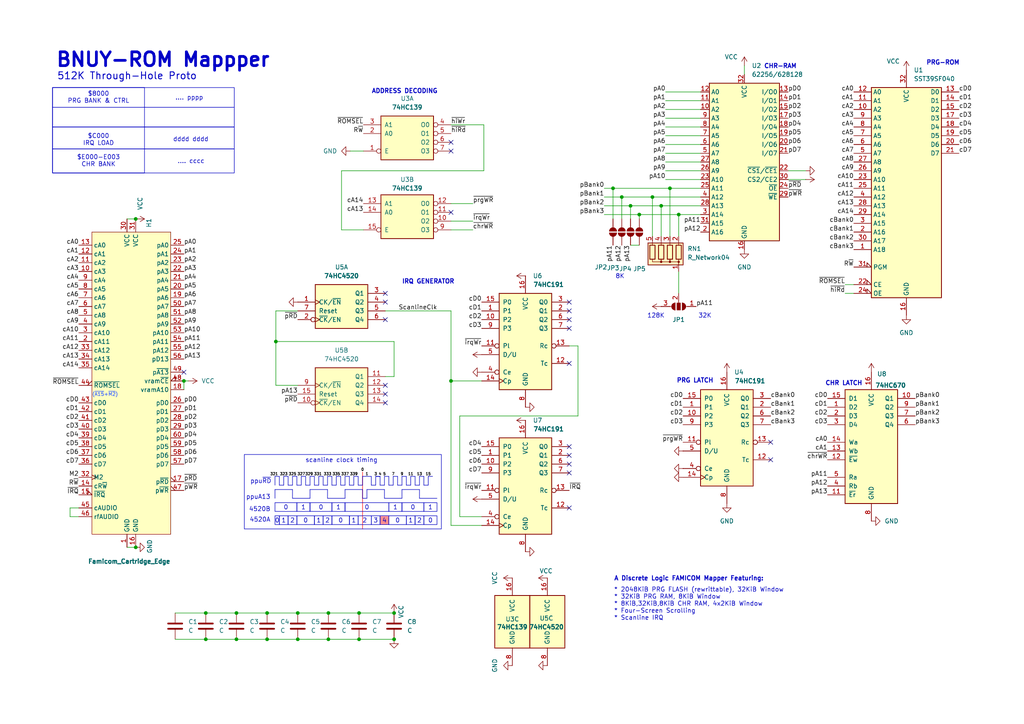
<source format=kicad_sch>
(kicad_sch (version 20250114) (generator "eeschema") (generator_version "9.0")
  (paper "A4")
  (title_block (title "BNUY-ROM Board") (date "2025-06-30") (rev "v0d"))
  (rectangle (start 15.24 36.83) (end 67.945 43.18))
  (rectangle (start 15.24 31.115) (end 67.945 36.83))
  (rectangle (start 70.866 131.826) (end 128.016 153.416))
  (rectangle (start 15.24 43.18) (end 67.945 50.165))
  (rectangle (start 15.24 25.4) (end 67.945 31.115))
  (text "3" (at 108.966 137.668 0) (effects (font (size 0.762 0.762))))
  (text "BNUY-ROM Mappper\n" (at 16.002 19.812 0) (effects (font (size 4 4) (thickness 0.8) (bold yes)) (justify left bottom)))
  (text "335" (at 97.536 137.668 0) (effects (font (size 0.762 0.762))))
  (text "321" (at 79.502 137.668 0) (effects (font (size 0.762 0.762))))
  (text ".... pppp" (at 50.8 29.21 0) (effects (font (size 1.27 1.27)) (justify left bottom)))
  (text "* 2048KiB PRG FLASH (rewrittable), 32KiB Window\n* 32KiB PRG RAM, 8KiB Window\n* 8KiB,32KiB,8KiB CHR RAM, 4x2KiB Window\n* Four-Screen Scrolling\n* Scanline IRQ" (at 178.054 180.086 0) (effects (font (size 1.27 1.27)) (justify left bottom)))
  (text "325" (at 84.836 137.668 0) (effects (font (size 0.762 0.762))))
  (text "512K Through-Hole Proto" (at 16.51 23.368 0) (effects (font (size 2.032 2.032) (thickness 0.254)) (justify left bottom)))
  (text "4520B\n" (at 78.486 147.828 0) (effects (font (size 1.27 1.27)) (justify right)))
  (text "ADDRESS DECODING" (at 127 27.305 0) (effects (font (size 1.27 1.27) (thickness 0.254) (bold yes)) (justify right bottom)))
  (text "327" (at 87.376 137.668 0) (effects (font (size 0.762 0.762))))
  (text "15" (at 124.206 137.668 0) (effects (font (size 0.762 0.762))))
  (text "339" (at 102.616 137.668 0) (effects (font (size 0.762 0.762))))
  (text "ppuA13\n" (at 78.486 144.272 0) (effects (font (size 1.27 1.27)) (justify right)))
  (text "CHR-RAM\n" (at 231.14 20.066 0) (effects (font (size 1.27 1.27) (thickness 0.254) (bold yes)) (justify right bottom)))
  (text "dddd dddd" (at 50.165 41.275 0) (effects (font (size 1.27 1.27)) (justify left bottom)))
  (text "333" (at 94.996 137.668 0) (effects (font (size 0.762 0.762))))
  (text "337" (at 100.076 137.668 0) (effects (font (size 0.762 0.762))))
  (text ".... cccc" (at 51.435 47.625 0) (effects (font (size 1.27 1.27)) (justify left bottom)))
  (text "4520A\n" (at 78.486 150.876 0) (effects (font (size 1.27 1.27)) (justify right)))
  (text "4" (at 110.236 137.668 0) (effects (font (size 0.762 0.762) (thickness 0.1524) (bold yes))))
  (text "329" (at 89.662 137.668 0) (effects (font (size 0.762 0.762))))
  (text "CHR LATCH" (at 250.19 112.014 0) (effects (font (size 1.27 1.27) (thickness 0.254) (bold yes)) (justify right bottom)))
  (text "8K" (at 179.832 80.264 0) (effects (font (size 1.27 1.27))))
  (text "13" (at 121.666 137.668 0) (effects (font (size 0.762 0.762))))
  (text "323" (at 82.296 137.668 0) (effects (font (size 0.762 0.762))))
  (text "5\n" (at 111.506 137.668 0) (effects (font (size 0.762 0.762))))
  (text "128K" (at 190.246 91.694 0) (effects (font (size 1.27 1.27))))
  (text "A Discrete Logic FAMICOM Mapper Featuring:\n" (at 178.054 168.656 0) (effects (font (size 1.27 1.27) (thickness 0.254) (bold yes)) (justify left bottom)))
  (text "PRG-ROM\n\n" (at 278.384 21.082 0) (effects (font (size 1.27 1.27) (thickness 0.254) (bold yes)) (justify right bottom)))
  (text "0" (at 105.156 136.398 0) (effects (font (size 0.762 0.762))))
  (text "11" (at 119.126 137.668 0) (effects (font (size 0.762 0.762))))
  (text "1\n" (at 106.426 137.668 0) (effects (font (size 0.762 0.762))))
  (text "scanline clock timing" (at 99.06 133.604 0) (effects (font (size 1.27 1.27))))
  (text "IRQ GENERATOR" (at 124.206 81.788 0) (effects (font (size 1.27 1.27) (thickness 0.254) (bold yes))))
  (text "PRG LATCH" (at 207.01 111.252 0) (effects (font (size 1.27 1.27) (thickness 0.254) (bold yes)) (justify right bottom)))
  (text "32K" (at 204.47 91.694 0) (effects (font (size 1.27 1.27))))
  (text "331" (at 92.202 137.668 0) (effects (font (size 0.762 0.762))))
  (text "ppu~{RD}\n" (at 78.74 139.7 0) (effects (font (size 1.27 1.27)) (justify right)))
  (text "7\n" (at 114.046 137.668 0) (effects (font (size 0.762 0.762))))
  (text "9\n" (at 116.586 137.668 0) (effects (font (size 0.762 0.762))))
  (text_box "$8000\nPRG BANK & CTRL\n\n\n\n\n$C000\nIRQ LOAD\n\n$E000-E003\nCHR BANK" (at 15.24 25.4 0) (size 26.67 24.765) (margins 0.9525 0.9525 0.9525 0.9525) (effects (font (size 1.27 1.27)) (justify top)))
  (text_box "1\n" (at 96.266 145.796 0) (size 3.81 2.54) (margins 0.9525 0.9525 0.9525 0.9525) (effects (font (size 1.27 1.27))))
  (text_box "2" (at 120.396 149.606 0) (size 2.54 2.54) (margins 0.9525 0.9525 0.9525 0.9525) (effects (font (size 1.27 1.27))))
  (text_box "0" (at 86.106 149.606 0) (size 5.08 2.54) (margins 0.9525 0.9525 0.9525 0.9525) (effects (font (size 1.27 1.27))))
  (text_box "0" (at 116.586 145.796 0) (size 6.35 2.54) (margins 0.9525 0.9525 0.9525 0.9525) (effects (font (size 1.27 1.27))))
  (text_box "0" (at 96.266 149.606 0) (size 5.08 2.54) (margins 0.9525 0.9525 0.9525 0.9525) (effects (font (size 1.27 1.27))))
  (text_box "1\n" (at 86.106 145.796 0) (size 3.81 2.54) (margins 0.9525 0.9525 0.9525 0.9525) (effects (font (size 1.27 1.27))))
  (text_box "1\n" (at 81.026 149.606 0) (size 2.54 2.54) (margins 0.9525 0.9525 0.9525 0.9525) (effects (font (size 1.27 1.27))))
  (text_box "4" (at 110.236 149.606 0) (size 2.54 2.54) (margins 0.9525 0.9525 0.9525 0.9525) (fill (type color) (color 255 141 141 1)) (effects (font (size 1.27 1.27))))
  (text_box "2" (at 93.726 149.606 0) (size 2.54 2.54) (margins 0.9525 0.9525 0.9525 0.9525) (effects (font (size 1.27 1.27))))
  (text_box "0" (at 79.756 145.796 0) (size 6.35 2.54) (margins 0.9525 0.9525 0.9525 0.9525) (effects (font (size 1.27 1.27))))
  (text_box "3" (at 107.696 149.606 0) (size 2.54 2.54) (margins 0.9525 0.9525 0.9525 0.9525) (effects (font (size 1.27 1.27))))
  (text_box "0" (at 79.756 149.606 0) (size 1.27 2.54) (margins 0.9525 0.9525 0.9525 0.9525) (effects (font (size 1.27 1.27))))
  (text_box "0" (at 122.936 149.606 0) (size 3.81 2.54) (margins 0.9525 0.9525 0.9525 0.9525) (effects (font (size 1.27 1.27))))
  (text_box "0" (at 100.076 145.796 0) (size 12.7 2.54) (margins 0.9525 0.9525 0.9525 0.9525) (effects (font (size 1.27 1.27))))
  (text_box "1\n" (at 91.186 149.606 0) (size 2.54 2.54) (margins 0.9525 0.9525 0.9525 0.9525) (effects (font (size 1.27 1.27))))
  (text_box "1\n" (at 101.346 149.606 0) (size 2.54 2.54) (margins 0.9525 0.9525 0.9525 0.9525) (effects (font (size 1.27 1.27))))
  (text_box "0" (at 112.776 149.606 0) (size 5.08 2.54) (margins 0.9525 0.9525 0.9525 0.9525) (effects (font (size 1.27 1.27))))
  (text_box "1\n" (at 117.856 149.606 0) (size 2.54 2.54) (margins 0.9525 0.9525 0.9525 0.9525) (effects (font (size 1.27 1.27))))
  (text_box "1\n" (at 112.776 145.796 0) (size 3.81 2.54) (margins 0.9525 0.9525 0.9525 0.9525) (effects (font (size 1.27 1.27))))
  (text_box "0" (at 89.916 145.796 0) (size 6.35 2.54) (margins 0.9525 0.9525 0.9525 0.9525) (effects (font (size 1.27 1.27))))
  (text_box "2" (at 83.566 149.606 0) (size 2.54 2.54) (margins 0.9525 0.9525 0.9525 0.9525) (effects (font (size 1.27 1.27))))
  (text_box "1\n" (at 122.936 145.796 0) (size 3.81 2.54) (margins 0.9525 0.9525 0.9525 0.9525) (effects (font (size 1.27 1.27))))
  (text_box "2" (at 103.886 149.606 0) (size 3.81 2.54) (margins 0.9525 0.9525 0.9525 0.9525) (effects (font (size 1.27 1.27))))
  (junction (at 104.14 185.42))
  (junction (at 95.25 177.8))
  (junction (at 189.23 57.15))
  (junction (at 86.36 185.42))
  (junction (at 95.25 185.42))
  (junction (at 53.34 110.49))
  (junction (at 80.01 99.06))
  (junction (at 196.85 62.23))
  (junction (at 77.47 177.8))
  (junction (at 180.34 57.15))
  (junction (at 39.37 63.5))
  (junction (at 182.88 59.69))
  (junction (at 104.14 177.8))
  (junction (at 185.42 62.23))
  (junction (at 68.58 185.42))
  (junction (at 77.47 185.42))
  (junction (at 130.81 110.49))
  (junction (at 86.36 177.8))
  (junction (at 191.77 59.69))
  (junction (at 59.69 177.8))
  (junction (at 114.3 177.8))
  (junction (at 59.69 185.42))
  (junction (at 194.31 54.61))
  (junction (at 39.37 158.75))
  (junction (at 177.8 54.61))
  (junction (at 68.58 177.8))
  (junction (at 114.3 185.42))
  (no_connect (at 165.1 147.32))
  (no_connect (at 165.1 137.16))
  (no_connect (at 111.76 87.63))
  (no_connect (at 53.34 107.95))
  (no_connect (at 165.1 92.71))
  (no_connect (at 130.81 61.595))
  (no_connect (at 111.76 111.76))
  (no_connect (at 165.1 95.25))
  (no_connect (at 165.1 134.62))
  (no_connect (at 130.81 43.815))
  (no_connect (at 223.52 128.27))
  (no_connect (at 165.1 87.63))
  (no_connect (at 111.76 114.3))
  (no_connect (at 223.52 133.35))
  (no_connect (at 111.76 116.84))
  (no_connect (at 165.1 90.17))
  (no_connect (at 165.1 129.54))
  (no_connect (at 111.76 85.09))
  (no_connect (at 130.81 41.275))
  (no_connect (at 111.76 92.71))
  (no_connect (at 165.1 105.41))
  (no_connect (at 165.1 132.08))
  (polyline (pts (xy 89.916 144.526) (xy 89.916 141.986)))
  (polyline (pts (xy 122.936 138.176) (xy 122.936 140.716)))
  (polyline (pts (xy 102.616 138.176) (xy 103.886 138.176)))
  (wire (pts (xy 130.81 110.49) (xy 130.81 152.4)))
  (polyline (pts (xy 88.646 138.176) (xy 88.646 140.716)))
  (polyline (pts (xy 79.756 138.176) (xy 81.026 138.176)))
  (polyline (pts (xy 115.316 138.176) (xy 115.316 140.716)))
  (polyline (pts (xy 124.206 140.716) (xy 124.206 138.176)))
  (polyline (pts (xy 84.836 141.986) (xy 84.836 144.526)))
  (wire (pts (xy 175.26 54.61) (xy 177.8 54.61)))
  (polyline (pts (xy 121.666 144.526) (xy 126.746 144.526)))
  (polyline (pts (xy 103.886 138.176) (xy 103.886 140.716)))
  (polyline (pts (xy 96.266 140.716) (xy 97.536 140.716)))
  (polyline (pts (xy 108.966 138.176) (xy 110.236 138.176)))
  (wire (pts (xy 196.85 62.23) (xy 203.2 62.23)))
  (wire (pts (xy 139.7 149.86) (xy 133.35 149.86)))
  (wire (pts (xy 68.58 185.42) (xy 77.47 185.42)))
  (wire (pts (xy 20.32 149.86) (xy 22.86 149.86)))
  (polyline (pts (xy 89.916 140.716) (xy 89.916 138.176)))
  (polyline (pts (xy 91.186 140.716) (xy 92.456 140.716)))
  (wire (pts (xy 86.36 177.8) (xy 95.25 177.8)))
  (wire (pts (xy 80.01 90.17) (xy 86.36 90.17)))
  (wire (pts (xy 53.34 110.49) (xy 53.34 113.03)))
  (wire (pts (xy 86.36 185.42) (xy 95.25 185.42)))
  (polyline (pts (xy 94.996 138.176) (xy 96.266 138.176)))
  (wire (pts (xy 137.16 59.055) (xy 130.81 59.055)))
  (polyline (pts (xy 111.506 141.986) (xy 111.506 144.526)))
  (wire (pts (xy 193.04 41.91) (xy 203.2 41.91)))
  (wire (pts (xy 167.64 120.65) (xy 167.64 100.33)))
  (wire (pts (xy 180.34 57.15) (xy 180.34 63.5)))
  (wire (pts (xy 185.42 62.23) (xy 196.85 62.23)))
  (wire (pts (xy 59.69 185.42) (xy 68.58 185.42)))
  (polyline (pts (xy 102.616 140.716) (xy 102.616 138.176)))
  (wire (pts (xy 114.3 109.22) (xy 111.76 109.22)))
  (wire (pts (xy 193.04 26.67) (xy 203.2 26.67)))
  (polyline (pts (xy 89.916 138.176) (xy 91.186 138.176)))
  (polyline (pts (xy 120.396 138.176) (xy 120.396 140.716)))
  (wire (pts (xy 80.01 99.06) (xy 114.3 99.06)))
  (polyline (pts (xy 81.026 138.176) (xy 81.026 140.716)))
  (polyline (pts (xy 89.916 141.986) (xy 94.996 141.986)))
  (polyline (pts (xy 100.076 138.176) (xy 101.346 138.176)))
  (polyline (pts (xy 79.756 140.716) (xy 79.756 138.176)))
  (polyline (pts (xy 105.156 136.906) (xy 105.156 153.416)) (stroke (width 0) (type solid) (color 255 0 0 1)))
  (wire (pts (xy 140.335 36.195) (xy 130.81 36.195)))
  (wire (pts (xy 177.8 54.61) (xy 177.8 63.5)))
  (polyline (pts (xy 92.456 138.176) (xy 93.726 138.176)))
  (wire (pts (xy 245.11 82.55) (xy 247.65 82.55)))
  (wire (pts (xy 130.81 152.4) (xy 139.7 152.4)))
  (polyline (pts (xy 84.836 140.716) (xy 84.836 138.176)))
  (wire (pts (xy 189.23 57.15) (xy 203.2 57.15)))
  (polyline (pts (xy 88.646 140.716) (xy 89.916 140.716)))
  (wire (pts (xy 20.32 147.32) (xy 20.32 149.86)))
  (wire (pts (xy 175.26 57.15) (xy 180.34 57.15)))
  (wire (pts (xy 114.3 177.8) (xy 104.14 177.8)))
  (polyline (pts (xy 122.936 140.716) (xy 124.206 140.716)))
  (polyline (pts (xy 103.886 140.716) (xy 105.156 140.716)))
  (wire (pts (xy 193.04 39.37) (xy 203.2 39.37)))
  (wire (pts (xy 177.8 54.61) (xy 194.31 54.61)))
  (wire (pts (xy 68.58 177.8) (xy 77.47 177.8)))
  (polyline (pts (xy 86.106 140.716) (xy 87.376 140.716)))
  (polyline (pts (xy 82.296 140.716) (xy 82.296 138.176)))
  (polyline (pts (xy 81.026 140.716) (xy 82.296 140.716)))
  (wire (pts (xy 133.35 120.65) (xy 167.64 120.65)))
  (wire (pts (xy 101.6 43.815) (xy 105.41 43.815)))
  (polyline (pts (xy 93.726 140.716) (xy 94.996 140.716)))
  (wire (pts (xy 50.8 185.42) (xy 59.69 185.42)))
  (wire (pts (xy 137.16 64.135) (xy 130.81 64.135)))
  (polyline (pts (xy 94.996 140.716) (xy 94.996 138.176)))
  (wire (pts (xy 80.01 111.76) (xy 86.36 111.76)))
  (wire (pts (xy 182.88 71.12) (xy 185.42 71.12)))
  (wire (pts (xy 95.25 185.42) (xy 104.14 185.42)))
  (wire (pts (xy 193.04 52.07) (xy 203.2 52.07)))
  (polyline (pts (xy 115.316 140.716) (xy 116.586 140.716)))
  (polyline (pts (xy 121.666 140.716) (xy 121.666 138.176)))
  (polyline (pts (xy 119.126 138.176) (xy 120.396 138.176)))
  (polyline (pts (xy 114.046 138.176) (xy 115.316 138.176)))
  (polyline (pts (xy 98.806 138.176) (xy 98.806 140.716)))
  (polyline (pts (xy 94.996 141.986) (xy 94.996 144.526)))
  (polyline (pts (xy 106.426 141.986) (xy 111.506 141.986)))
  (polyline (pts (xy 84.836 144.526) (xy 89.916 144.526)))
  (wire (pts (xy 54.61 110.49) (xy 53.34 110.49)))
  (wire (pts (xy 77.47 185.42) (xy 86.36 185.42)))
  (polyline (pts (xy 100.076 140.716) (xy 100.076 138.176)))
  (wire (pts (xy 193.04 31.75) (xy 203.2 31.75)))
  (polyline (pts (xy 97.536 138.176) (xy 98.806 138.176)))
  (polyline (pts (xy 79.756 144.526) (xy 79.756 141.986)))
  (wire (pts (xy 182.88 59.69) (xy 182.88 63.5)))
  (polyline (pts (xy 110.236 138.176) (xy 110.236 140.716)))
  (wire (pts (xy 99.06 66.675) (xy 105.41 66.675)))
  (wire (pts (xy 233.68 52.07) (xy 228.6 52.07)))
  (polyline (pts (xy 96.266 138.176) (xy 96.266 140.716)))
  (polyline (pts (xy 100.076 141.986) (xy 105.156 141.986)))
  (wire (pts (xy 99.06 66.675) (xy 99.06 49.53)))
  (wire (pts (xy 59.69 177.8) (xy 68.58 177.8)))
  (wire (pts (xy 130.81 90.17) (xy 130.81 110.49)))
  (wire (pts (xy 99.06 49.53) (xy 140.335 49.53)))
  (wire (pts (xy 140.335 49.53) (xy 140.335 36.195)))
  (wire (pts (xy 167.64 100.33) (xy 165.1 100.33)))
  (polyline (pts (xy 107.696 140.716) (xy 108.966 140.716)))
  (polyline (pts (xy 91.186 138.176) (xy 91.186 140.716)))
  (wire (pts (xy 193.04 34.29) (xy 203.2 34.29)))
  (polyline (pts (xy 94.996 144.526) (xy 100.076 144.526)))
  (polyline (pts (xy 107.696 138.176) (xy 107.696 140.716)))
  (polyline (pts (xy 112.776 140.716) (xy 112.776 138.176)))
  (wire (pts (xy 50.8 177.8) (xy 59.69 177.8)))
  (polyline (pts (xy 82.296 138.176) (xy 83.566 138.176)))
  (wire (pts (xy 196.85 68.58) (xy 196.85 62.23)))
  (wire (pts (xy 233.68 49.53) (xy 228.6 49.53)))
  (wire (pts (xy 193.04 44.45) (xy 203.2 44.45)))
  (wire (pts (xy 245.11 85.09) (xy 247.65 85.09)))
  (wire (pts (xy 194.31 54.61) (xy 194.31 68.58)))
  (polyline (pts (xy 110.236 140.716) (xy 111.506 140.716)))
  (polyline (pts (xy 121.666 138.176) (xy 122.936 138.176)))
  (polyline (pts (xy 120.396 140.716) (xy 121.666 140.716)))
  (wire (pts (xy 193.04 46.99) (xy 203.2 46.99)))
  (polyline (pts (xy 92.456 140.716) (xy 92.456 138.176)))
  (polyline (pts (xy 97.536 140.716) (xy 97.536 138.176)))
  (wire (pts (xy 20.32 147.32) (xy 22.86 147.32)))
  (wire (pts (xy 130.81 110.49) (xy 139.7 110.49)))
  (polyline (pts (xy 83.566 138.176) (xy 83.566 140.716)))
  (polyline (pts (xy 105.156 138.176) (xy 107.696 138.176)))
  (polyline (pts (xy 87.376 138.176) (xy 88.646 138.176)))
  (wire (pts (xy 180.34 57.15) (xy 189.23 57.15)))
  (wire (pts (xy 194.31 54.61) (xy 203.2 54.61)))
  (wire (pts (xy 193.04 36.83) (xy 203.2 36.83)))
  (polyline (pts (xy 111.506 144.526) (xy 116.586 144.526)))
  (wire (pts (xy 196.85 85.09) (xy 196.85 78.74)))
  (polyline (pts (xy 105.156 144.526) (xy 106.426 144.526)))
  (wire (pts (xy 77.47 177.8) (xy 86.36 177.8)))
  (wire (pts (xy 36.83 158.75) (xy 39.37 158.75)))
  (polyline (pts (xy 116.586 138.176) (xy 117.856 138.176)))
  (wire (pts (xy 193.04 49.53) (xy 203.2 49.53)))
  (wire (pts (xy 133.35 149.86) (xy 133.35 120.65)))
  (polyline (pts (xy 108.966 140.716) (xy 108.966 138.176)))
  (polyline (pts (xy 100.076 144.526) (xy 100.076 141.986)))
  (polyline (pts (xy 112.776 138.176) (xy 111.506 138.176)))
  (wire (pts (xy 80.01 99.06) (xy 80.01 90.17)))
  (wire (pts (xy 189.23 57.15) (xy 189.23 68.58)))
  (polyline (pts (xy 101.346 140.716) (xy 102.616 140.716)))
  (polyline (pts (xy 116.586 144.526) (xy 116.586 141.986)))
  (wire (pts (xy 193.04 29.21) (xy 203.2 29.21)))
  (polyline (pts (xy 121.666 141.986) (xy 121.666 144.526)))
  (wire (pts (xy 111.76 90.17) (xy 130.81 90.17)))
  (wire (pts (xy 175.26 62.23) (xy 185.42 62.23)))
  (polyline (pts (xy 105.156 141.986) (xy 105.156 144.526)))
  (wire (pts (xy 104.14 185.42) (xy 114.3 185.42)))
  (polyline (pts (xy 86.106 138.176) (xy 86.106 140.716)))
  (polyline (pts (xy 117.856 138.176) (xy 117.856 140.716)))
  (wire (pts (xy 36.83 63.5) (xy 39.37 63.5)))
  (polyline (pts (xy 87.376 140.716) (xy 87.376 138.176)))
  (wire (pts (xy 114.3 109.22) (xy 114.3 99.06)))
  (wire (pts (xy 182.88 59.69) (xy 191.77 59.69)))
  (wire (pts (xy 95.25 177.8) (xy 104.14 177.8)))
  (polyline (pts (xy 116.586 141.986) (xy 121.666 141.986)))
  (wire (pts (xy 80.01 99.06) (xy 80.01 111.76)))
  (polyline (pts (xy 93.726 138.176) (xy 93.726 140.716)))
  (polyline (pts (xy 101.346 138.176) (xy 101.346 140.716)))
  (polyline (pts (xy 84.836 138.176) (xy 86.106 138.176)))
  (wire (pts (xy 137.16 66.675) (xy 130.81 66.675)))
  (polyline (pts (xy 98.806 140.716) (xy 100.076 140.716)))
  (polyline (pts (xy 116.586 140.716) (xy 116.586 138.176)))
  (polyline (pts (xy 105.156 138.176) (xy 105.156 140.716)))
  (wire (pts (xy 191.77 59.69) (xy 203.2 59.69)))
  (polyline (pts (xy 119.126 140.716) (xy 119.126 138.176)))
  (wire (pts (xy 185.42 62.23) (xy 185.42 63.5)))
  (polyline (pts (xy 108.966 138.176) (xy 110.236 138.176)))
  (polyline (pts (xy 111.506 140.716) (xy 111.506 138.176)))
  (polyline (pts (xy 112.776 140.716) (xy 114.046 140.716)))
  (wire (pts (xy 175.26 59.69) (xy 182.88 59.69)))
  (polyline (pts (xy 117.856 140.716) (xy 119.126 140.716)))
  (polyline (pts (xy 106.426 144.526) (xy 106.426 141.986)))
  (polyline (pts (xy 83.566 140.716) (xy 84.836 140.716)))
  (polyline (pts (xy 79.756 141.986) (xy 84.836 141.986)))
  (polyline (pts (xy 124.206 138.176) (xy 125.476 138.176)))
  (wire (pts (xy 191.77 59.69) (xy 191.77 68.58)))
  (polyline (pts (xy 114.046 140.716) (xy 114.046 138.176)))
  (wire (pts (xy 215.9 19.05) (xy 215.9 21.59)))
  (label "~{hiRd}" (at 245.11 85.09 180))
  (label "pD3" (at 228.6 34.29 0))
  (label "~{irqWr}" (at 139.7 142.24 180))
  (label "cA0" (at 240.03 128.27 180))
  (label "cD1" (at 240.03 118.11 180))
  (label "~{chrWR}" (at 240.03 133.35 180))
  (label "cA0" (at 247.65 26.67 180))
  (label "M2" (at 22.86 138.43 180))
  (label "pBank1" (at 265.43 118.11 0))
  (label "cA7" (at 22.86 88.9 180))
  (label "pD0" (at 53.34 116.84 0))
  (label "cA11" (at 247.65 54.61 180))
  (label "~{irqWr}" (at 137.16 64.135 0))
  (label "cD7" (at 278.13 44.45 0))
  (label "cD2" (at 198.12 120.65 180))
  (label "pD5" (at 228.6 39.37 0))
  (label "cA14" (at 105.41 59.055 180))
  (label "~{ROMSEL}" (at 22.86 111.76 180))
  (label "cD2" (at 139.7 92.71 180))
  (label "pA8" (at 53.34 91.44 0))
  (label "pA7" (at 53.34 88.9 0))
  (label "~{chrWR}" (at 137.16 66.675 0))
  (label "pBank0" (at 175.26 54.61 180))
  (label "cA8" (at 22.86 91.44 180))
  (label "cBank1" (at 223.52 118.11 0))
  (label "pA12" (at 180.34 71.12 270))
  (label "~{prgWR}" (at 198.12 128.27 180))
  (label "pA1" (at 53.34 73.66 0))
  (label "pBank3" (at 265.43 123.19 0))
  (label "~{pRD}" (at 53.34 139.7 0))
  (label "cD5" (at 22.86 129.54 180))
  (label "pA11" (at 177.8 71.12 270))
  (label "cA10" (at 22.86 96.52 180))
  (label "~{ROMSEL}" (at 105.41 36.195 180))
  (label "cBank3" (at 223.52 123.19 0))
  (label "pA9" (at 53.34 93.98 0))
  (label "~{prgWR}" (at 137.16 59.055 0))
  (label "~{hiRd}" (at 130.81 38.735 0))
  (label "cA2" (at 22.86 76.2 180))
  (label "pA1" (at 193.04 29.21 180))
  (label "pD7" (at 228.6 44.45 0))
  (label "cA3" (at 22.86 78.74 180))
  (label "pA2" (at 193.04 31.75 180))
  (label "cD1" (at 198.12 118.11 180))
  (label "~{pWR}" (at 228.6 57.15 0))
  (label "cD1" (at 22.86 119.38 180))
  (label "~{irqWr}" (at 139.7 100.33 180))
  (label "pBank3" (at 175.26 62.23 180))
  (label "cA0" (at 22.86 71.12 180))
  (label "~{IRQ}" (at 22.86 143.51 180))
  (label "cA5" (at 22.86 83.82 180))
  (label "~{pRD}" (at 228.6 54.61 0))
  (label "cBank2" (at 247.65 69.85 180))
  (label "pD1" (at 53.34 119.38 0))
  (label "cD6" (at 22.86 132.08 180))
  (label "cA5" (at 247.65 39.37 180))
  (label "cA14" (at 22.86 106.68 180))
  (label "pA13" (at 86.36 114.3 180))
  (label "pA3" (at 193.04 34.29 180))
  (label "cD4" (at 278.13 36.83 0))
  (label "cD4" (at 139.7 129.54 180))
  (label "~{pWR}" (at 53.34 142.24 0))
  (label "pA12" (at 240.03 140.97 180))
  (label "pA4" (at 193.04 36.83 180))
  (label "pD6" (at 53.34 132.08 0))
  (label "pA10" (at 53.34 96.52 0))
  (label "cBank1" (at 247.65 67.31 180))
  (label "pA5" (at 53.34 83.82 0))
  (label "cA14" (at 247.65 62.23 180))
  (label "~{hiWr}" (at 130.81 36.195 0))
  (label "cA1" (at 240.03 130.81 180))
  (label "cA8" (at 247.65 46.99 180))
  (label "cA6" (at 247.65 41.91 180))
  (label "cD3" (at 22.86 124.46 180))
  (label "pD0" (at 228.6 26.67 0))
  (label "cA4" (at 247.65 36.83 180))
  (label "cD1" (at 278.13 29.21 0))
  (label "cD6" (at 278.13 41.91 0))
  (label "pBank0" (at 265.43 115.57 0))
  (label "cD1" (at 139.7 90.17 180))
  (label "pA13" (at 182.88 71.12 270))
  (label "cD0" (at 139.7 87.63 180))
  (label "ScanlineClk" (at 115.57 90.17 0))
  (label "pBank1" (at 175.26 57.15 180))
  (label "cD3" (at 240.03 123.19 180))
  (label "pBank2" (at 175.26 59.69 180))
  (label "~{ROMSEL}" (at 245.11 82.55 180))
  (label "cA7" (at 247.65 44.45 180))
  (label "pA2" (at 53.34 76.2 0))
  (label "pD4" (at 228.6 36.83 0))
  (label "pA0" (at 53.34 71.12 0))
  (label "pA10" (at 193.04 52.07 180))
  (label "cA1" (at 247.65 29.21 180))
  (label "cD2" (at 278.13 31.75 0))
  (label "cA9" (at 247.65 49.53 180))
  (label "cA12" (at 247.65 57.15 180))
  (label "pA4" (at 53.34 81.28 0))
  (label "pA7" (at 193.04 44.45 180))
  (label "cA3" (at 247.65 34.29 180))
  (label "R~{W}" (at 22.86 140.97 180))
  (label "cD3" (at 139.7 95.25 180))
  (label "~{pRD}" (at 86.36 92.71 180))
  (label "pA9" (at 193.04 49.53 180))
  (label "cA12" (at 22.86 101.6 180))
  (label "pD5" (at 53.34 129.54 0))
  (label "pA13" (at 240.03 143.51 180))
  (label "pD2" (at 228.6 31.75 0))
  (label "cBank0" (at 247.65 64.77 180))
  (label "cBank3" (at 247.65 72.39 180))
  (label "pA0" (at 193.04 26.67 180))
  (label "cA2" (at 247.65 31.75 180))
  (label "pA12" (at 53.34 101.6 0))
  (label "pA3" (at 53.34 78.74 0))
  (label "cD0" (at 22.86 116.84 180))
  (label "R~{W}" (at 247.65 77.47 180))
  (label "pA5" (at 193.04 39.37 180))
  (label "pA11" (at 53.34 99.06 0))
  (label "cD3" (at 278.13 34.29 0))
  (label "cA4" (at 22.86 81.28 180))
  (label "cD7" (at 139.7 137.16 180))
  (label "cD2" (at 22.86 121.92 180))
  (label "pD3" (at 53.34 124.46 0))
  (label "cD4" (at 22.86 127 180))
  (label "pBank2" (at 265.43 120.65 0))
  (label "cD0" (at 278.13 26.67 0))
  (label "cD3" (at 198.12 123.19 180))
  (label "cD5" (at 139.7 132.08 180))
  (label "pA11" (at 201.93 88.9 0))
  (label "pD7" (at 53.34 134.62 0))
  (label "cA1" (at 22.86 73.66 180))
  (label "pD4" (at 53.34 127 0))
  (label "cA6" (at 22.86 86.36 180))
  (label "cD2" (at 240.03 120.65 180))
  (label "cD0" (at 240.03 115.57 180))
  (label "cD0" (at 198.12 115.57 180))
  (label "pA8" (at 193.04 46.99 180))
  (label "cBank2" (at 223.52 120.65 0))
  (label "cA10" (at 247.65 52.07 180))
  (label "pA11" (at 240.03 138.43 180))
  (label "~{pRD}" (at 86.36 116.84 180))
  (label "pA6" (at 193.04 41.91 180))
  (label "cD6" (at 139.7 134.62 180))
  (label "R~{W}" (at 105.41 38.735 180))
  (label "~{IRQ}" (at 165.1 142.24 0))
  (label "cA13" (at 247.65 59.69 180))
  (label "pD6" (at 228.6 41.91 0))
  (label "cA11" (at 22.86 99.06 180))
  (label "cD7" (at 22.86 134.62 180))
  (label "pA13" (at 53.34 104.14 0))
  (label "cA13" (at 105.41 61.595 180))
  (label "pA6" (at 53.34 86.36 0))
  (label "pA11" (at 203.2 64.77 180))
  (label "cA9" (at 22.86 93.98 180))
  (label "pD1" (at 228.6 29.21 0))
  (label "pA12" (at 203.2 67.31 180))
  (label "cA13" (at 22.86 104.14 180))
  (label "cD5" (at 278.13 39.37 0))
  (label "pD2" (at 53.34 121.92 0))
  (label "cBank0" (at 223.52 115.57 0))
  (symbol (lib_name "4520_2") (lib_id "4xxx:4520") (at 99.06 111.76 0) (unit 2)
    (property "Reference" "U5" (at 99.06 101.6 0))
    (property "Value" "74HC4520" (at 99.06 104.14 0))
    (property "Footprint" "Package_DIP:DIP-16_W7.62mm" (effects (hide yes)))
    (property "Datasheet" "http://www.intersil.com/content/dam/Intersil/documents/cd45/cd4518bms-20bms.pdf" (effects (hide yes)))
    (property "Description" "Dual Binary Up-Counter" (effects (hide yes)))
  )
  (symbol (lib_id "Jumper:SolderJumper_2_Open") (at 180.34 67.31 270) (unit 1)
    (property "Reference" "JP3" (at 176.022 77.724 90) (effects (justify left)))
    (property "Value" "SolderJumper_2_Open" (effects (hide yes)))
    (property "Footprint" "Jumper:SolderJumper-2_P1.3mm_Open_Pad1.0x1.5mm" (effects (hide yes)))
    (property "Description" "Solder Jumper, 2-pole, open" (effects (hide yes)))
  )
  (symbol (lib_id "74xx:74LS139") (at 118.11 61.595 0) (unit 2)
    (property "Reference" "U3" (at 118.11 52.07 0))
    (property "Value" "74HC139" (at 118.11 54.61 0) (effects (font (thickness 0.254) (bold yes))))
    (property "Footprint" "Package_DIP:DIP-16_W7.62mm" (effects (hide yes)))
    (property "Datasheet" "http://www.ti.com/lit/ds/symlink/sn74ls139a.pdf" (effects (hide yes)))
  )
  (symbol (lib_id "power:VCC") (at 158.75 167.64 90) (mirror x) (unit 1)
    (property "Reference" "#PWR055" (effects (hide yes)))
    (property "Value" "VCC" (at 156.464 165.608 90) (effects (justify right)))
  )
  (symbol (lib_id "Device:R_Network04") (at 191.77 73.66 180) (unit 1)
    (property "Reference" "RN1" (at 199.39 72.1359 0) (effects (justify right)))
    (property "Value" "R_Network04" (at 199.39 74.6759 0) (effects (justify right)))
    (property "Footprint" "Resistor_THT:R_Array_SIP5" (effects (hide yes)))
    (property "Datasheet" "http://www.vishay.com/docs/31509/csc.pdf" (effects (hide yes)))
    (property "Description" "4 resistor network, star topology, bussed resistors, small symbol" (effects (hide yes)))
  )
  (symbol (lib_id "power:GND") (at 210.82 146.05 0) (unit 1)
    (property "Reference" "#PWR045" (effects (hide yes)))
    (property "Value" "GND" (at 210.82 151.13 0))
  )
  (symbol (lib_id "Memory_Flash:SST39SF040") (at 262.89 57.15 0) (unit 1)
    (property "Reference" "U1" (at 265.0333 20.32 0) (effects (justify left)))
    (property "Value" "SST39SF040" (at 265.0333 22.86 0) (effects (justify left)))
    (property "Footprint" "Footprint:PLCC-DIP-32_THT-Socket" (effects (hide yes)))
    (property "Datasheet" "http://ww1.microchip.com/downloads/en/DeviceDoc/25022B.pdf" (effects (hide yes)))
    (property "Description" "Silicon Storage Technology (SSF) 512k x 8 Flash ROM" (effects (hide yes)))
  )
  (symbol (lib_id "Device:C") (at 77.47 181.61 0) (unit 1)
    (property "Reference" "C4" (at 81.28 180.3399 0) (effects (justify left)))
    (property "Value" "C" (at 81.28 182.8799 0) (effects (justify left)))
    (property "Footprint" "Capacitor_THT:C_Disc_D3.0mm_W1.6mm_P2.50mm" (effects (hide yes)))
    (property "Description" "Unpolarized capacitor" (effects (hide yes)))
  )
  (symbol (lib_id "Device:C") (at 86.36 181.61 0) (unit 1)
    (property "Reference" "C5" (at 90.17 180.3399 0) (effects (justify left)))
    (property "Value" "C" (at 90.17 182.8799 0) (effects (justify left)))
    (property "Footprint" "Capacitor_THT:C_Disc_D3.0mm_W1.6mm_P2.50mm" (effects (hide yes)))
    (property "Description" "Unpolarized capacitor" (effects (hide yes)))
  )
  (symbol (lib_id "power:GND") (at 148.59 193.04 270) (unit 1)
    (property "Reference" "#PWR03" (effects (hide yes)))
    (property "Value" "GND" (at 143.51 193.04 0))
  )
  (symbol (lib_id "power:GND") (at 215.9 72.39 0) (unit 1)
    (property "Reference" "#PWR018" (effects (hide yes)))
    (property "Value" "GND" (at 215.9 77.47 0))
  )
  (symbol (lib_name "GND_2") (lib_id "power:GND") (at 86.36 87.63 270) (unit 1)
    (property "Reference" "#PWR053" (effects (hide yes)))
    (property "Value" "GND" (effects (hide yes)))
    (property "Description" "Power symbol creates a global label with name \"GND\" , ground" (effects (hide yes)))
  )
  (symbol (lib_id "Device:C") (at 95.25 181.61 0) (unit 1)
    (property "Reference" "C6" (at 99.06 180.3399 0) (effects (justify left)))
    (property "Value" "C" (at 99.06 182.8799 0) (effects (justify left)))
    (property "Footprint" "Capacitor_THT:C_Disc_D3.0mm_W1.6mm_P2.50mm" (effects (hide yes)))
    (property "Description" "Unpolarized capacitor" (effects (hide yes)))
  )
  (symbol (lib_id "Device:C") (at 104.14 181.61 0) (unit 1)
    (property "Reference" "C7" (at 107.95 180.3399 0) (effects (justify left)))
    (property "Value" "C" (at 107.95 182.8799 0) (effects (justify left)))
    (property "Footprint" "Capacitor_THT:C_Disc_D3.0mm_W1.6mm_P2.50mm" (effects (hide yes)))
    (property "Description" "Unpolarized capacitor" (effects (hide yes)))
  )
  (symbol (lib_name "VCC_1") (lib_id "power:VCC") (at 152.4 80.01 90) (unit 1)
    (property "Reference" "#PWR014" (effects (hide yes)))
    (property "Value" "VCC" (effects (hide yes)))
    (property "Description" "Power symbol creates a global label with name \"VCC\"" (effects (hide yes)))
  )
  (symbol (lib_name "4520_1") (lib_id "4xxx:4520") (at 99.06 87.63 0) (unit 1)
    (property "Reference" "U5" (at 99.06 77.47 0))
    (property "Value" "74HC4520" (at 99.06 80.01 0) (effects (font (thickness 0.254) (bold yes))))
    (property "Footprint" "Package_DIP:DIP-16_W7.62mm" (effects (hide yes)))
    (property "Datasheet" "http://www.intersil.com/content/dam/Intersil/documents/cd45/cd4518bms-20bms.pdf" (effects (hide yes)))
    (property "Description" "Dual Binary Up-Counter" (effects (hide yes)))
  )
  (symbol (lib_id "power:GND") (at 101.6 43.815 270) (unit 1)
    (property "Reference" "#PWR04" (effects (hide yes)))
    (property "Value" "GND" (at 97.79 43.815 90) (effects (justify right)))
  )
  (symbol (lib_id "Famicom:Famicom_Cartridge_Edge") (at 21.59 158.75 0) (unit 1)
    (property "Reference" "H1" (at 43.18 66.04 90) (effects (justify left)))
    (property "Value" "Famicom_Cartridge_Edge" (at 25.4 162.814 0) (effects (font (thickness 0.254) (bold yes)) (justify left)))
    (property "Footprint" "famicom:Famicom Cartridge Edge Connector (long legs)" (effects (hide yes)))
  )
  (symbol (lib_id "power:VCC") (at 252.73 107.95 0) (unit 1)
    (property "Reference" "#PWR010" (effects (hide yes)))
    (property "Value" "VCC" (effects (hide yes)))
  )
  (symbol (lib_id "power:GND") (at 262.89 91.44 0) (unit 1)
    (property "Reference" "#PWR021" (effects (hide yes)))
    (property "Value" "GND" (at 262.89 96.52 0))
  )
  (symbol (lib_id "Jumper:SolderJumper_2_Open") (at 182.88 67.31 270) (unit 1)
    (property "Reference" "JP4" (at 179.578 77.978 90) (effects (justify left)))
    (property "Value" "SolderJumper_2_Open" (effects (hide yes)))
    (property "Footprint" "Jumper:SolderJumper-2_P1.3mm_Open_Pad1.0x1.5mm" (effects (hide yes)))
    (property "Description" "Solder Jumper, 2-pole, open" (effects (hide yes)))
  )
  (symbol (lib_id "power:VCC") (at 148.59 167.64 90) (unit 1)
    (property "Reference" "#PWR05" (effects (hide yes)))
    (property "Value" "VCC" (at 143.51 167.64 0))
  )
  (symbol (lib_name "GND_1") (lib_id "power:GND") (at 198.12 135.89 270) (unit 1)
    (property "Reference" "#PWR07" (effects (hide yes)))
    (property "Value" "GND" (effects (hide yes)))
    (property "Description" "Power symbol creates a global label with name \"GND\" , ground" (effects (hide yes)))
  )
  (symbol (lib_id "Device:C") (at 114.3 181.61 0) (unit 1)
    (property "Reference" "C8" (at 118.11 180.3399 0) (effects (justify left)))
    (property "Value" "C" (at 118.11 182.8799 0) (effects (justify left)))
    (property "Footprint" "Capacitor_THT:C_Disc_D3.0mm_W1.6mm_P2.50mm" (effects (hide yes)))
    (property "Description" "Unpolarized capacitor" (effects (hide yes)))
  )
  (symbol (lib_id "Jumper:SolderJumper_2_Open") (at 185.42 67.31 270) (unit 1)
    (property "Reference" "JP5" (at 183.642 77.978 90) (effects (justify left)))
    (property "Value" "SolderJumper_2_Open" (effects (hide yes)))
    (property "Footprint" "Jumper:SolderJumper-2_P1.3mm_Open_Pad1.0x1.5mm" (effects (hide yes)))
    (property "Description" "Solder Jumper, 2-pole, open" (effects (hide yes)))
  )
  (symbol (lib_id "power:VCC") (at 39.37 63.5 270) (unit 1)
    (property "Reference" "#PWR02" (effects (hide yes)))
    (property "Value" "VCC" (at 40.6399 60.96 0) (effects (justify right)))
  )
  (symbol (lib_id "power:GND") (at 39.37 158.75 90) (unit 1)
    (property "Reference" "#PWR01" (effects (hide yes)))
    (property "Value" "GND" (at 43.434 160.528 0) (effects (justify left)))
  )
  (symbol (lib_id "Device:C") (at 59.69 181.61 0) (unit 1)
    (property "Reference" "C2" (at 63.5 180.3399 0) (effects (justify left)))
    (property "Value" "C" (at 63.5 182.8799 0) (effects (justify left)))
    (property "Footprint" "Capacitor_THT:C_Disc_D3.0mm_W1.6mm_P2.50mm" (effects (hide yes)))
    (property "Description" "Unpolarized capacitor" (effects (hide yes)))
  )
  (symbol (lib_name "GND_3") (lib_id "power:GND") (at 139.7 107.95 270) (unit 1)
    (property "Reference" "#PWR011" (effects (hide yes)))
    (property "Value" "GND" (effects (hide yes)))
    (property "Description" "Power symbol creates a global label with name \"GND\" , ground" (effects (hide yes)))
  )
  (symbol (lib_id "74xx:74LS191") (at 210.82 125.73 0) (unit 1)
    (property "Reference" "U4" (at 212.9633 107.95 0) (effects (justify left)))
    (property "Value" "74HC191" (at 212.9633 110.49 0) (effects (font (thickness 0.254) (bold yes)) (justify left)))
    (property "Footprint" "Package_DIP:DIP-16_W7.62mm" (effects (hide yes)))
    (property "Datasheet" "http://www.ti.com/lit/gpn/sn74LS191" (effects (hide yes)))
    (property "Description" "4-bit Synchronous Up/Down binary Counter" (effects (hide yes)))
  )
  (symbol (lib_name "GND_5") (lib_id "power:GND") (at 152.4 118.11 90) (unit 1)
    (property "Reference" "#PWR022" (effects (hide yes)))
    (property "Value" "GND" (effects (hide yes)))
    (property "Description" "Power symbol creates a global label with name \"GND\" , ground" (effects (hide yes)))
  )
  (symbol (lib_name "GND_5") (lib_id "power:GND") (at 152.4 160.02 90) (unit 1)
    (property "Reference" "#PWR023" (effects (hide yes)))
    (property "Value" "GND" (effects (hide yes)))
    (property "Description" "Power symbol creates a global label with name \"GND\" , ground" (effects (hide yes)))
  )
  (symbol (lib_name "VCC_4") (lib_id "power:VCC") (at 191.77 88.9 90) (unit 1)
    (property "Reference" "#PWR024" (effects (hide yes)))
    (property "Value" "VCC" (effects (hide yes)))
    (property "Description" "Power symbol creates a global label with name \"VCC\"" (effects (hide yes)))
  )
  (symbol (lib_id "74xx:74LS139") (at 148.59 180.34 0) (unit 3)
    (property "Reference" "U3" (at 148.59 179.578 0))
    (property "Value" "74HC139" (at 148.59 181.864 0) (effects (font (thickness 0.254) (bold yes))))
    (property "Footprint" "Package_DIP:DIP-16_W7.62mm" (effects (hide yes)))
    (property "Datasheet" "http://www.ti.com/lit/ds/symlink/sn74ls139a.pdf" (effects (hide yes)))
  )
  (symbol (lib_name "VCC_2") (lib_id "power:VCC") (at 233.68 52.07 270) (unit 1)
    (property "Reference" "#PWR013" (effects (hide yes)))
    (property "Value" "VCC" (effects (hide yes)))
    (property "Description" "Power symbol creates a global label with name \"VCC\"" (effects (hide yes)))
  )
  (symbol (lib_id "Device:C") (at 68.58 181.61 0) (unit 1)
    (property "Reference" "C3" (at 72.39 180.3399 0) (effects (justify left)))
    (property "Value" "C" (at 72.39 182.8799 0) (effects (justify left)))
    (property "Footprint" "Capacitor_THT:C_Disc_D3.0mm_W1.6mm_P2.50mm" (effects (hide yes)))
    (property "Description" "Unpolarized capacitor" (effects (hide yes)))
  )
  (symbol (lib_id "74xx:74LS191") (at 152.4 97.79 0) (unit 1)
    (property "Reference" "U6" (at 154.5433 80.01 0) (effects (justify left)))
    (property "Value" "74HC191" (at 154.5433 82.55 0) (effects (font (thickness 0.254) (bold yes)) (justify left)))
    (property "Footprint" "Package_DIP:DIP-16_W7.62mm" (effects (hide yes)))
    (property "Datasheet" "http://www.ti.com/lit/gpn/sn74LS191" (effects (hide yes)))
    (property "Description" "4-bit Synchronous Up/Down binary Counter" (effects (hide yes)))
  )
  (symbol (lib_id "power:VCC") (at 114.3 177.8 0) (mirror y) (unit 1)
    (property "Reference" "#PWR059" (effects (hide yes)))
    (property "Value" "VCC" (at 116.332 175.514 90) (effects (justify right)))
  )
  (symbol (lib_name "VCC_3") (lib_id "power:VCC") (at 139.7 102.87 90) (unit 1)
    (property "Reference" "#PWR016" (effects (hide yes)))
    (property "Value" "VCC" (effects (hide yes)))
    (property "Description" "Power symbol creates a global label with name \"VCC\"" (effects (hide yes)))
  )
  (symbol (lib_id "power:GND") (at 252.73 151.13 90) (unit 1)
    (property "Reference" "#PWR09" (effects (hide yes)))
    (property "Value" "GND" (at 256.54 151.1299 90) (effects (justify right)))
  )
  (symbol (lib_id "74xx:74LS191") (at 152.4 139.7 0) (unit 1)
    (property "Reference" "U7" (at 154.5433 121.92 0) (effects (justify left)))
    (property "Value" "74HC191" (at 154.5433 124.46 0) (effects (font (thickness 0.254) (bold yes)) (justify left)))
    (property "Footprint" "Package_DIP:DIP-16_W7.62mm" (effects (hide yes)))
    (property "Datasheet" "http://www.ti.com/lit/gpn/sn74LS191" (effects (hide yes)))
    (property "Description" "4-bit Synchronous Up/Down binary Counter" (effects (hide yes)))
  )
  (symbol (lib_id "Jumper:SolderJumper_2_Open") (at 177.8 67.31 270) (unit 1)
    (property "Reference" "JP2" (at 172.466 77.47 90) (effects (justify left)))
    (property "Value" "SolderJumper_2_Open" (effects (hide yes)))
    (property "Footprint" "Jumper:SolderJumper-2_P1.3mm_Open_Pad1.0x1.5mm" (effects (hide yes)))
    (property "Description" "Solder Jumper, 2-pole, open" (effects (hide yes)))
  )
  (symbol (lib_id "74xx:74LS670") (at 252.73 128.27 0) (unit 1)
    (property "Reference" "U8" (at 255.7779 108.458 0))
    (property "Value" "74HC670" (at 258.318 111.76 0) (effects (font (thickness 0.254) (bold yes))))
    (property "Footprint" "Package_DIP:DIP-16_W7.62mm" (effects (hide yes)))
    (property "Datasheet" "http://www.ti.com/lit/gpn/sn74LS670" (effects (hide yes)))
  )
  (symbol (lib_id "power:VCC") (at 54.61 110.49 270) (unit 1)
    (property "Reference" "#PWR012" (effects (hide yes)))
    (property "Value" "VCC" (at 58.42 110.49 90) (effects (justify left)))
  )
  (symbol (lib_id "4xxx:4520") (at 158.75 180.34 0) (unit 3)
    (property "Reference" "U5" (at 158.496 179.324 0))
    (property "Value" "74HC4520" (at 158.496 181.864 0) (effects (font (thickness 0.254) (bold yes))))
    (property "Footprint" "Package_DIP:DIP-16_W7.62mm" (effects (hide yes)))
    (property "Datasheet" "http://www.intersil.com/content/dam/Intersil/documents/cd45/cd4518bms-20bms.pdf" (effects (hide yes)))
    (property "Description" "Dual Binary Up-Counter" (effects (hide yes)))
  )
  (symbol (lib_id "Device:C") (at 50.8 181.61 0) (unit 1)
    (property "Reference" "C1" (at 54.61 180.3399 0) (effects (justify left)))
    (property "Value" "C" (at 54.61 182.8799 0) (effects (justify left)))
    (property "Footprint" "Capacitor_THT:C_Disc_D3.0mm_W1.6mm_P2.50mm" (effects (hide yes)))
    (property "Description" "Unpolarized capacitor" (effects (hide yes)))
  )
  (symbol (lib_id "power:GND") (at 233.68 49.53 90) (unit 1)
    (property "Reference" "#PWR034" (effects (hide yes)))
    (property "Value" "GND" (effects (hide yes)))
  )
  (symbol (lib_name "GND_2") (lib_id "power:GND") (at 158.75 193.04 270) (unit 1)
    (property "Reference" "#PWR054" (effects (hide yes)))
    (property "Value" "GND" (effects (hide yes)))
    (property "Description" "Power symbol creates a global label with name \"GND\" , ground" (effects (hide yes)))
  )
  (symbol (lib_name "GND_1") (lib_id "power:GND") (at 198.12 138.43 270) (unit 1)
    (property "Reference" "#PWR08" (effects (hide yes)))
    (property "Value" "GND" (effects (hide yes)))
    (property "Description" "Power symbol creates a global label with name \"GND\" , ground" (effects (hide yes)))
  )
  (symbol (lib_id "power:VCC") (at 262.89 20.32 0) (unit 1)
    (property "Reference" "#PWR020" (effects (hide yes)))
    (property "Value" "VCC" (at 259.08 17.78 0))
  )
  (symbol (lib_id "Memory_RAM:HM628128D_DIP32_SOP32") (at 215.9 46.99 0) (unit 1)
    (property "Reference" "U2" (at 218.0433 19.05 0) (effects (justify left)))
    (property "Value" "62256/628128" (at 218.0433 21.59 0) (effects (justify left)))
    (property "Footprint" "Package_DIP:DIP-32_W15.24mm" (effects (hide yes)))
    (property "Datasheet" "http://www.futurlec.com/Datasheet/Memory/628128.pdf" (effects (hide yes)))
    (property "Description" "128K-word x 8-bit High-Speed CMOS Static RAM, 55/70ns, 5V supply, DIP-32/SOP-32" (effects (hide yes)))
  )
  (symbol (lib_id "Jumper:SolderJumper_3_Open") (at 196.85 88.9 180) (unit 1)
    (property "Reference" "JP1" (at 196.85 92.71 0))
    (property "Value" "SolderJumper_3_Open" (effects (hide yes)))
    (property "Footprint" "Jumper:SolderJumper-3_P1.3mm_Open_Pad1.0x1.5mm_NumberLabels" (effects (hide yes)))
    (property "Description" "Solder Jumper, 3-pole, open" (effects (hide yes)))
  )
  (symbol (lib_name "VCC_1") (lib_id "power:VCC") (at 152.4 121.92 90) (unit 1)
    (property "Reference" "#PWR015" (effects (hide yes)))
    (property "Value" "VCC" (effects (hide yes)))
    (property "Description" "Power symbol creates a global label with name \"VCC\"" (effects (hide yes)))
  )
  (symbol (lib_id "74xx:74LS139") (at 118.11 38.735 0) (unit 1)
    (property "Reference" "U3" (at 118.11 28.575 0))
    (property "Value" "74HC139" (at 118.11 31.115 0) (effects (font (thickness 0.254) (bold yes))))
    (property "Footprint" "Package_DIP:DIP-16_W7.62mm" (effects (hide yes)))
    (property "Datasheet" "http://www.ti.com/lit/ds/symlink/sn74ls139a.pdf" (effects (hide yes)))
  )
  (symbol (lib_id "power:VCC") (at 215.9 19.05 0) (unit 1)
    (property "Reference" "#PWR019" (effects (hide yes)))
    (property "Value" "VCC" (at 212.09 16.51 0))
  )
  (symbol (lib_name "GND_2") (lib_id "power:GND") (at 114.3 185.42 0) (unit 1)
    (property "Reference" "#PWR058" (effects (hide yes)))
    (property "Value" "GND" (effects (hide yes)))
    (property "Description" "Power symbol creates a global label with name \"GND\" , ground" (effects (hide yes)))
  )
  (symbol (lib_name "GND_1") (lib_id "power:GND") (at 198.12 130.81 270) (unit 1)
    (property "Reference" "#PWR06" (effects (hide yes)))
    (property "Value" "GND" (effects (hide yes)))
    (property "Description" "Power symbol creates a global label with name \"GND\" , ground" (effects (hide yes)))
  )
  (symbol (lib_id "power:VCC") (at 210.82 107.95 0) (unit 1)
    (property "Reference" "#PWR029" (effects (hide yes)))
    (property "Value" "VCC" (effects (hide yes)))
  )
  (symbol (lib_name "VCC_3") (lib_id "power:VCC") (at 139.7 144.78 90) (unit 1)
    (property "Reference" "#PWR017" (effects (hide yes)))
    (property "Value" "VCC" (effects (hide yes)))
    (property "Description" "Power symbol creates a global label with name \"VCC\"" (effects (hide yes)))
  )
)
</source>
